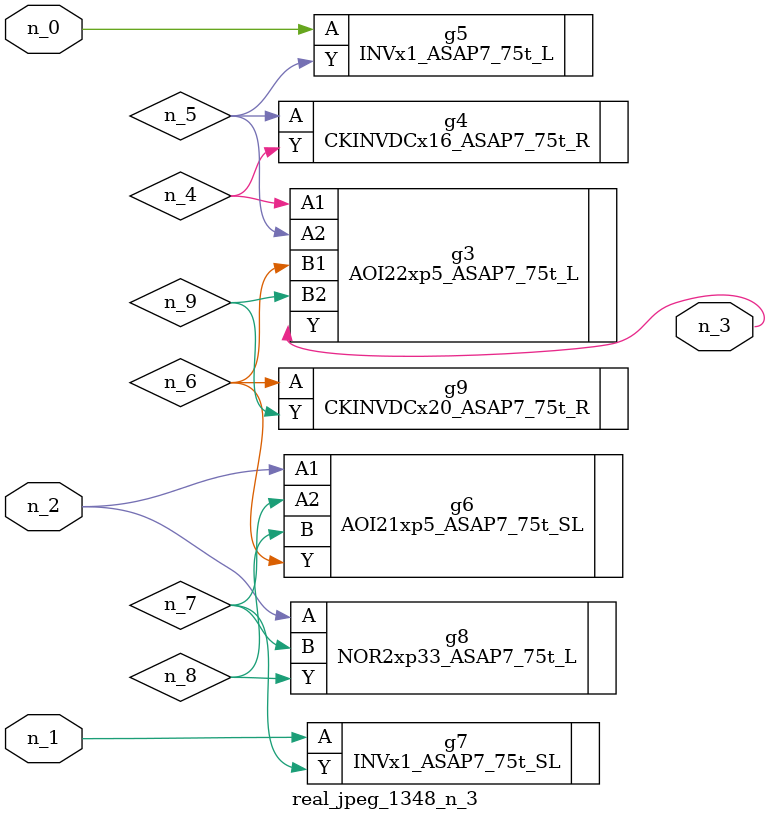
<source format=v>
module real_jpeg_1348_n_3 (n_1, n_0, n_2, n_3);

input n_1;
input n_0;
input n_2;

output n_3;

wire n_5;
wire n_8;
wire n_4;
wire n_6;
wire n_7;
wire n_9;

INVx1_ASAP7_75t_L g5 ( 
.A(n_0),
.Y(n_5)
);

INVx1_ASAP7_75t_SL g7 ( 
.A(n_1),
.Y(n_7)
);

AOI21xp5_ASAP7_75t_SL g6 ( 
.A1(n_2),
.A2(n_7),
.B(n_8),
.Y(n_6)
);

NOR2xp33_ASAP7_75t_L g8 ( 
.A(n_2),
.B(n_7),
.Y(n_8)
);

AOI22xp5_ASAP7_75t_L g3 ( 
.A1(n_4),
.A2(n_5),
.B1(n_6),
.B2(n_9),
.Y(n_3)
);

CKINVDCx16_ASAP7_75t_R g4 ( 
.A(n_5),
.Y(n_4)
);

CKINVDCx20_ASAP7_75t_R g9 ( 
.A(n_6),
.Y(n_9)
);


endmodule
</source>
